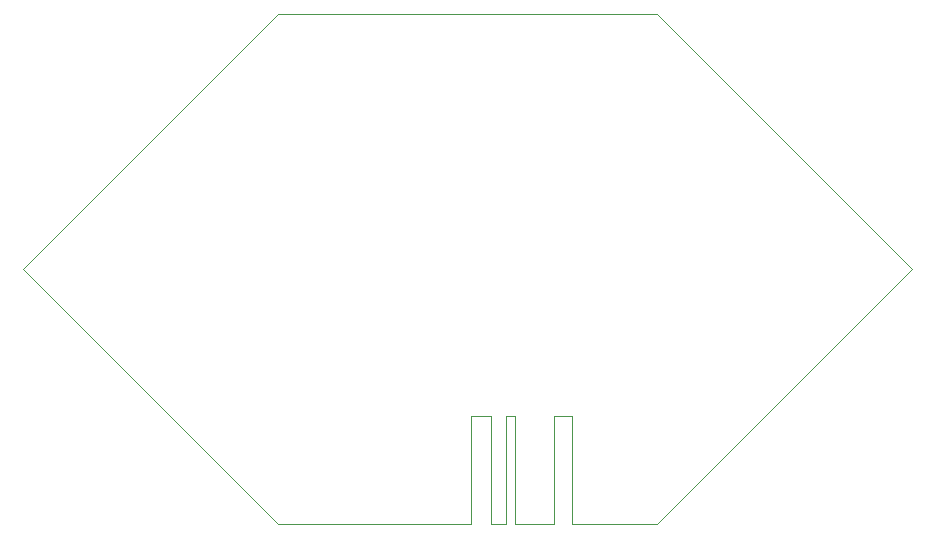
<source format=gko>
%FSLAX24Y24*%
%MOIN*%
G70*
G01*
G75*
G04 Layer_Color=16711935*
%ADD10R,0.0354X0.0276*%
%ADD11R,0.0315X0.0354*%
%ADD12R,0.0354X0.0315*%
%ADD13R,0.0236X0.0197*%
%ADD14R,0.0236X0.0591*%
%ADD15R,0.0197X0.0236*%
%ADD16R,0.0335X0.0157*%
%ADD17R,0.0276X0.0354*%
%ADD18R,0.0157X0.0335*%
%ADD19R,0.0512X0.0217*%
%ADD20R,0.0157X0.0157*%
%ADD21R,0.0118X0.0209*%
%ADD22R,0.0118X0.0193*%
%ADD23O,0.0118X0.0650*%
%ADD24R,0.0394X0.0217*%
G04:AMPARAMS|DCode=25|XSize=59.8mil|YSize=30mil|CornerRadius=0mil|HoleSize=0mil|Usage=FLASHONLY|Rotation=225.000|XOffset=0mil|YOffset=0mil|HoleType=Round|Shape=Rectangle|*
%AMROTATEDRECTD25*
4,1,4,0.0106,0.0318,0.0318,0.0106,-0.0106,-0.0318,-0.0318,-0.0106,0.0106,0.0318,0.0*
%
%ADD25ROTATEDRECTD25*%

G04:AMPARAMS|DCode=26|XSize=59.8mil|YSize=30mil|CornerRadius=0mil|HoleSize=0mil|Usage=FLASHONLY|Rotation=135.000|XOffset=0mil|YOffset=0mil|HoleType=Round|Shape=Rectangle|*
%AMROTATEDRECTD26*
4,1,4,0.0318,-0.0106,0.0106,-0.0318,-0.0318,0.0106,-0.0106,0.0318,0.0318,-0.0106,0.0*
%
%ADD26ROTATEDRECTD26*%

G04:AMPARAMS|DCode=27|XSize=60mil|YSize=30mil|CornerRadius=0mil|HoleSize=0mil|Usage=FLASHONLY|Rotation=135.000|XOffset=0mil|YOffset=0mil|HoleType=Round|Shape=Rectangle|*
%AMROTATEDRECTD27*
4,1,4,0.0318,-0.0106,0.0106,-0.0318,-0.0318,0.0106,-0.0106,0.0318,0.0318,-0.0106,0.0*
%
%ADD27ROTATEDRECTD27*%

%ADD28R,0.0240X0.1750*%
G04:AMPARAMS|DCode=29|XSize=35.4mil|YSize=31.5mil|CornerRadius=0mil|HoleSize=0mil|Usage=FLASHONLY|Rotation=315.000|XOffset=0mil|YOffset=0mil|HoleType=Round|Shape=Rectangle|*
%AMROTATEDRECTD29*
4,1,4,-0.0237,0.0014,-0.0014,0.0237,0.0237,-0.0014,0.0014,-0.0237,-0.0237,0.0014,0.0*
%
%ADD29ROTATEDRECTD29*%

%ADD30R,0.0098X0.0591*%
%ADD31R,0.0394X0.0591*%
%ADD32C,0.0120*%
%ADD33C,0.0150*%
%ADD34C,0.0200*%
%ADD35C,0.0984*%
%ADD36C,0.0591*%
%ADD37C,0.0661*%
%ADD38C,0.1772*%
%ADD39C,0.0400*%
%ADD40C,0.0320*%
%ADD41R,0.0661X0.0319*%
%ADD42C,0.0098*%
%ADD43C,0.0100*%
%ADD44C,0.0236*%
%ADD45C,0.0079*%
%ADD46C,0.0047*%
%ADD47C,0.0050*%
%ADD48C,0.0080*%
%ADD49C,0.0060*%
%ADD50R,0.0414X0.0336*%
%ADD51R,0.0375X0.0414*%
%ADD52R,0.0414X0.0375*%
%ADD53R,0.0296X0.0257*%
%ADD54R,0.0296X0.0651*%
%ADD55R,0.0257X0.0296*%
%ADD56R,0.0395X0.0217*%
%ADD57R,0.0336X0.0414*%
%ADD58R,0.0217X0.0395*%
%ADD59R,0.0572X0.0277*%
%ADD60R,0.0217X0.0217*%
%ADD61R,0.0178X0.0269*%
%ADD62R,0.0178X0.0253*%
%ADD63O,0.0178X0.0710*%
%ADD64R,0.0454X0.0277*%
G04:AMPARAMS|DCode=65|XSize=65.8mil|YSize=36mil|CornerRadius=0mil|HoleSize=0mil|Usage=FLASHONLY|Rotation=225.000|XOffset=0mil|YOffset=0mil|HoleType=Round|Shape=Rectangle|*
%AMROTATEDRECTD65*
4,1,4,0.0106,0.0360,0.0360,0.0106,-0.0106,-0.0360,-0.0360,-0.0106,0.0106,0.0360,0.0*
%
%ADD65ROTATEDRECTD65*%

G04:AMPARAMS|DCode=66|XSize=65.8mil|YSize=36mil|CornerRadius=0mil|HoleSize=0mil|Usage=FLASHONLY|Rotation=135.000|XOffset=0mil|YOffset=0mil|HoleType=Round|Shape=Rectangle|*
%AMROTATEDRECTD66*
4,1,4,0.0360,-0.0106,0.0106,-0.0360,-0.0360,0.0106,-0.0106,0.0360,0.0360,-0.0106,0.0*
%
%ADD66ROTATEDRECTD66*%

G04:AMPARAMS|DCode=67|XSize=66mil|YSize=36mil|CornerRadius=0mil|HoleSize=0mil|Usage=FLASHONLY|Rotation=135.000|XOffset=0mil|YOffset=0mil|HoleType=Round|Shape=Rectangle|*
%AMROTATEDRECTD67*
4,1,4,0.0361,-0.0106,0.0106,-0.0361,-0.0361,0.0106,-0.0106,0.0361,0.0361,-0.0106,0.0*
%
%ADD67ROTATEDRECTD67*%

%ADD68R,0.0300X0.1810*%
G04:AMPARAMS|DCode=69|XSize=41.4mil|YSize=37.5mil|CornerRadius=0mil|HoleSize=0mil|Usage=FLASHONLY|Rotation=315.000|XOffset=0mil|YOffset=0mil|HoleType=Round|Shape=Rectangle|*
%AMROTATEDRECTD69*
4,1,4,-0.0279,0.0014,-0.0014,0.0279,0.0279,-0.0014,0.0014,-0.0279,-0.0279,0.0014,0.0*
%
%ADD69ROTATEDRECTD69*%

%ADD70C,0.1044*%
%ADD71C,0.0651*%
%ADD72C,0.0721*%
%ADD73C,0.1832*%
%ADD74C,0.0460*%
%ADD75R,0.0721X0.0379*%
D46*
X0Y8500D02*
X8500Y0D01*
Y17000D02*
X21150D01*
X0Y8500D02*
X8500Y17000D01*
Y0D02*
X14950D01*
Y3600D01*
X15600D01*
Y0D02*
Y3600D01*
Y0D02*
X16100D01*
X16400D02*
Y3600D01*
Y0D02*
X17700D01*
Y3600D01*
X18300D01*
Y0D02*
Y3600D01*
Y0D02*
X21150D01*
X16100D02*
Y3600D01*
X16400D01*
X21150Y0D02*
X29650Y8500D01*
X21150Y17000D02*
X29650Y8500D01*
M02*

</source>
